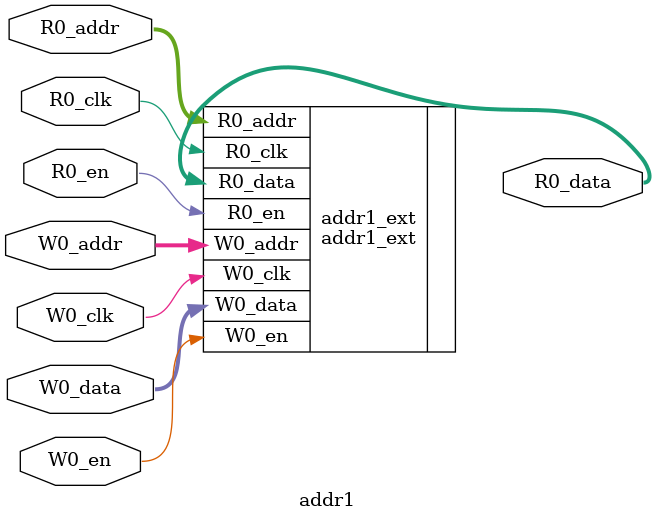
<source format=sv>
`ifndef RANDOMIZE
  `ifdef RANDOMIZE_MEM_INIT
    `define RANDOMIZE
  `endif // RANDOMIZE_MEM_INIT
`endif // not def RANDOMIZE
`ifndef RANDOMIZE
  `ifdef RANDOMIZE_REG_INIT
    `define RANDOMIZE
  `endif // RANDOMIZE_REG_INIT
`endif // not def RANDOMIZE

`ifndef RANDOM
  `define RANDOM $random
`endif // not def RANDOM

// Users can define INIT_RANDOM as general code that gets injected into the
// initializer block for modules with registers.
`ifndef INIT_RANDOM
  `define INIT_RANDOM
`endif // not def INIT_RANDOM

// If using random initialization, you can also define RANDOMIZE_DELAY to
// customize the delay used, otherwise 0.002 is used.
`ifndef RANDOMIZE_DELAY
  `define RANDOMIZE_DELAY 0.002
`endif // not def RANDOMIZE_DELAY

// Define INIT_RANDOM_PROLOG_ for use in our modules below.
`ifndef INIT_RANDOM_PROLOG_
  `ifdef RANDOMIZE
    `ifdef VERILATOR
      `define INIT_RANDOM_PROLOG_ `INIT_RANDOM
    `else  // VERILATOR
      `define INIT_RANDOM_PROLOG_ `INIT_RANDOM #`RANDOMIZE_DELAY begin end
    `endif // VERILATOR
  `else  // RANDOMIZE
    `define INIT_RANDOM_PROLOG_
  `endif // RANDOMIZE
`endif // not def INIT_RANDOM_PROLOG_

// Include register initializers in init blocks unless synthesis is set
`ifndef SYNTHESIS
  `ifndef ENABLE_INITIAL_REG_
    `define ENABLE_INITIAL_REG_
  `endif // not def ENABLE_INITIAL_REG_
`endif // not def SYNTHESIS

// Include rmemory initializers in init blocks unless synthesis is set
`ifndef SYNTHESIS
  `ifndef ENABLE_INITIAL_MEM_
    `define ENABLE_INITIAL_MEM_
  `endif // not def ENABLE_INITIAL_MEM_
`endif // not def SYNTHESIS

// Standard header to adapt well known macros for prints and assertions.

// Users can define 'PRINTF_COND' to add an extra gate to prints.
`ifndef PRINTF_COND_
  `ifdef PRINTF_COND
    `define PRINTF_COND_ (`PRINTF_COND)
  `else  // PRINTF_COND
    `define PRINTF_COND_ 1
  `endif // PRINTF_COND
`endif // not def PRINTF_COND_

// Users can define 'ASSERT_VERBOSE_COND' to add an extra gate to assert error printing.
`ifndef ASSERT_VERBOSE_COND_
  `ifdef ASSERT_VERBOSE_COND
    `define ASSERT_VERBOSE_COND_ (`ASSERT_VERBOSE_COND)
  `else  // ASSERT_VERBOSE_COND
    `define ASSERT_VERBOSE_COND_ 1
  `endif // ASSERT_VERBOSE_COND
`endif // not def ASSERT_VERBOSE_COND_

// Users can define 'STOP_COND' to add an extra gate to stop conditions.
`ifndef STOP_COND_
  `ifdef STOP_COND
    `define STOP_COND_ (`STOP_COND)
  `else  // STOP_COND
    `define STOP_COND_ 1
  `endif // STOP_COND
`endif // not def STOP_COND_

module addr1(	// ventus/src/cta/resource_table.scala:585:26
  input  [2:0]  R0_addr,
  input         R0_en,
                R0_clk,
  output [16:0] R0_data,
  input  [2:0]  W0_addr,
  input         W0_en,
                W0_clk,
  input  [16:0] W0_data
);

  addr1_ext addr1_ext (	// ventus/src/cta/resource_table.scala:585:26
    .R0_addr (R0_addr),
    .R0_en   (R0_en),
    .R0_clk  (R0_clk),
    .R0_data (R0_data),
    .W0_addr (W0_addr),
    .W0_en   (W0_en),
    .W0_clk  (W0_clk),
    .W0_data (W0_data)
  );
endmodule


</source>
